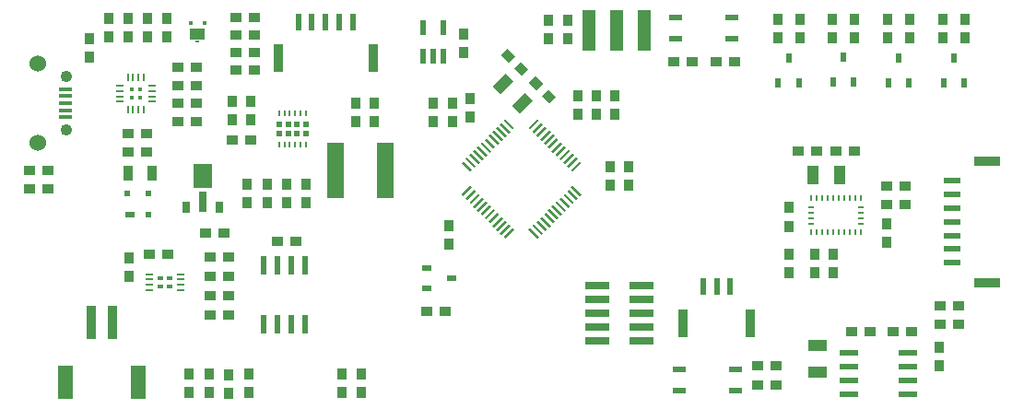
<source format=gbr>
G04 #@! TF.FileFunction,Paste,Top*
%FSLAX46Y46*%
G04 Gerber Fmt 4.6, Leading zero omitted, Abs format (unit mm)*
G04 Created by KiCad (PCBNEW 4.0.7-e2-6376~58~ubuntu16.04.1) date Tue Jun 19 08:51:36 2018*
%MOMM*%
%LPD*%
G01*
G04 APERTURE LIST*
%ADD10C,0.100000*%
%ADD11R,0.900000X0.990000*%
%ADD12R,0.990000X0.900000*%
%ADD13R,0.360000X0.450000*%
%ADD14R,1.440000X0.990000*%
%ADD15R,0.360000X0.225000*%
%ADD16R,0.900000X0.630000*%
%ADD17R,0.540000X0.630000*%
%ADD18R,0.900000X1.350000*%
%ADD19R,0.540000X1.530000*%
%ADD20R,0.900000X2.520000*%
%ADD21R,2.250000X0.675000*%
%ADD22R,0.900000X3.150000*%
%ADD23R,1.350000X3.060000*%
%ADD24R,1.143000X3.780000*%
%ADD25R,1.620000X5.130000*%
%ADD26R,0.585000X0.945000*%
%ADD27R,1.305000X0.630000*%
%ADD28R,0.585000X1.404000*%
%ADD29R,0.540000X1.800000*%
%ADD30R,0.435000X0.435000*%
%ADD31R,0.715000X0.202000*%
%ADD32R,0.202000X0.715000*%
%ADD33R,0.220000X0.715000*%
%ADD34R,1.800000X0.540000*%
%ADD35R,0.225000X0.630000*%
%ADD36R,0.495000X0.510000*%
%ADD37R,0.675000X0.270000*%
%ADD38R,0.525000X0.435000*%
%ADD39R,0.225000X0.607500*%
%ADD40R,0.517500X0.225000*%
%ADD41R,1.710000X0.990000*%
%ADD42R,0.990000X1.710000*%
%ADD43R,0.720000X1.080000*%
%ADD44R,0.720000X1.980000*%
%ADD45R,1.800000X2.250000*%
%ADD46R,1.215000X0.360000*%
%ADD47C,1.080000*%
%ADD48C,1.530000*%
%ADD49R,0.945000X0.585000*%
%ADD50R,1.530000X0.540000*%
%ADD51R,2.430000X0.900000*%
G04 APERTURE END LIST*
D10*
G36*
X-2554263Y11291743D02*
X-3190659Y10655347D01*
X-3890695Y11355383D01*
X-3254299Y11991779D01*
X-2554263Y11291743D01*
X-2554263Y11291743D01*
G37*
G36*
X-3756345Y12493825D02*
X-4392741Y11857429D01*
X-5092777Y12557465D01*
X-4456381Y13193861D01*
X-3756345Y12493825D01*
X-3756345Y12493825D01*
G37*
G36*
X-2561336Y10026024D02*
X-1924940Y10662420D01*
X-1224904Y9962384D01*
X-1861300Y9325988D01*
X-2561336Y10026024D01*
X-2561336Y10026024D01*
G37*
G36*
X-1359254Y8823942D02*
X-722858Y9460338D01*
X-22822Y8760302D01*
X-659218Y8123906D01*
X-1359254Y8823942D01*
X-1359254Y8823942D01*
G37*
D11*
X-9880600Y-3087000D03*
X-9880600Y-4787000D03*
X5334000Y7176400D03*
X5334000Y8876400D03*
X-9552408Y6469176D03*
X-9552408Y8169176D03*
X1981200Y7176400D03*
X1981200Y8876400D03*
X3657600Y7176400D03*
X3657600Y8876400D03*
D12*
X-39326514Y5391344D03*
X-37626514Y5391344D03*
D11*
X-8536042Y14520594D03*
X-8536042Y12820594D03*
D12*
X-33035553Y11480941D03*
X-34735553Y11480941D03*
X-46668024Y1964425D03*
X-48368024Y1964425D03*
X-25602300Y-4546600D03*
X-23902300Y-4546600D03*
D11*
X-42862500Y12421500D03*
X-42862500Y14121500D03*
D12*
X-34749153Y8128141D03*
X-33049153Y8128141D03*
X-34735553Y6451741D03*
X-33035553Y6451741D03*
D11*
X-24739600Y729223D03*
X-24739600Y-970777D03*
X-26583981Y729223D03*
X-26583981Y-970777D03*
D12*
X-31793310Y-9562314D03*
X-30093310Y-9562314D03*
X-30093310Y-6006314D03*
X-31793310Y-6006314D03*
D11*
X-28397200Y736600D03*
X-28397200Y-963400D03*
X-29802214Y6592844D03*
X-29802214Y8292844D03*
X-16728781Y6496823D03*
X-16728781Y8196823D03*
X-18455981Y6496823D03*
X-18455981Y8196823D03*
X35509200Y14139200D03*
X35509200Y15839200D03*
X-31902400Y-16730000D03*
X-31902400Y-18430000D03*
X-28236730Y-16749830D03*
X-28236730Y-18449830D03*
X30429200Y14139200D03*
X30429200Y15839200D03*
X20320000Y14139200D03*
X20320000Y15839200D03*
X25349200Y14139200D03*
X25349200Y15839200D03*
D13*
X-32319200Y15528000D03*
X-33619200Y15528000D03*
D14*
X-32969200Y14478000D03*
D15*
X-32969200Y13803000D03*
D16*
X-39190400Y-2101600D03*
D17*
X-37490400Y-2101600D03*
X-37490400Y-101600D03*
X-39390400Y-101600D03*
D12*
X-29450400Y16056000D03*
X-27750400Y16056000D03*
X-29450400Y12804800D03*
X-27750400Y12804800D03*
D11*
X1066800Y14102000D03*
X1066800Y15802000D03*
D18*
X-37152400Y1727200D03*
X-39352400Y1727200D03*
D19*
X15982000Y-8718000D03*
X14732000Y-8718000D03*
X13482000Y-8718000D03*
D20*
X17832000Y-12068000D03*
X11632000Y-12068000D03*
D19*
X-18702400Y15643600D03*
X-19952400Y15643600D03*
X-21202400Y15643600D03*
X-22452400Y15643600D03*
X-23702400Y15643600D03*
D20*
X-16852400Y12293600D03*
X-25552400Y12293600D03*
D21*
X7791200Y-13665200D03*
X3791200Y-13665200D03*
X7791200Y-12395200D03*
X3791200Y-12395200D03*
X7791200Y-11125200D03*
X3791200Y-11125200D03*
X7791200Y-9855200D03*
X3791200Y-9855200D03*
X7791200Y-8585200D03*
X3791200Y-8585200D03*
D22*
X-42754800Y-11976000D03*
X-40754800Y-11976000D03*
D23*
X-45104800Y-17526000D03*
X-38404800Y-17526000D03*
D24*
X5537200Y14884400D03*
X8037200Y14884400D03*
X3037200Y14884400D03*
D11*
X-11295208Y6453976D03*
X-11295208Y8153976D03*
D12*
X-39326514Y3664144D03*
X-37626514Y3664144D03*
D25*
X-20284781Y2012823D03*
X-15712781Y2012823D03*
D26*
X35575200Y10047600D03*
X37475200Y10047600D03*
X36525200Y12347600D03*
X30495200Y10029200D03*
X32395200Y10029200D03*
X31445200Y12329200D03*
X20386000Y10047600D03*
X22286000Y10047600D03*
X21336000Y12347600D03*
X25415200Y10080000D03*
X27315200Y10080000D03*
X26365200Y12380000D03*
D11*
X-19659600Y-16730000D03*
X-19659600Y-18430000D03*
X-17932400Y-16730000D03*
X-17932400Y-18430000D03*
X37541200Y15839200D03*
X37541200Y14139200D03*
X-33731200Y-16730000D03*
X-33731200Y-18430000D03*
X-30073600Y-16780800D03*
X-30073600Y-18480800D03*
D12*
X20204800Y-17754600D03*
X18504800Y-17754600D03*
X20204800Y-15976600D03*
X18504800Y-15976600D03*
X10783200Y11988800D03*
X12483200Y11988800D03*
X16344000Y11988800D03*
X14644000Y11988800D03*
D11*
X32461200Y15839200D03*
X32461200Y14139200D03*
X22352000Y15839200D03*
X22352000Y14139200D03*
X27381200Y15839200D03*
X27381200Y14139200D03*
D12*
X-33035553Y9804541D03*
X-34735553Y9804541D03*
D11*
X-35815953Y15988541D03*
X-35815953Y14288541D03*
X6611642Y616974D03*
X6611642Y2316974D03*
X-37593953Y15988541D03*
X-37593953Y14288541D03*
X-39321153Y15988541D03*
X-39321153Y14288541D03*
X4986042Y616974D03*
X4986042Y2316974D03*
D12*
X-46668024Y313425D03*
X-48368024Y313425D03*
X-29450400Y14430400D03*
X-27750400Y14430400D03*
X-29450400Y11179200D03*
X-27750400Y11179200D03*
D11*
X-41099153Y14288541D03*
X-41099153Y15988541D03*
D12*
X35259711Y-10504605D03*
X36959711Y-10504605D03*
X35259711Y-12130205D03*
X36959711Y-12130205D03*
D11*
X-23012400Y-970777D03*
X-23012400Y729223D03*
X-711200Y14110600D03*
X-711200Y15810600D03*
D12*
X-30093310Y-11289514D03*
X-31793310Y-11289514D03*
X-30093310Y-7784314D03*
X-31793310Y-7784314D03*
X-37400600Y-5715000D03*
X-35700600Y-5715000D03*
D11*
X-39243000Y-7758800D03*
X-39243000Y-6058800D03*
X-28057181Y6598423D03*
X-28057181Y8298423D03*
D12*
X-29755200Y4775200D03*
X-28055200Y4775200D03*
D27*
X11316469Y-18271829D03*
X16476469Y-18271829D03*
X16476469Y-16271829D03*
X11316469Y-16271829D03*
X16143600Y16073000D03*
X10983600Y16073000D03*
X10983600Y14073000D03*
X16143600Y14073000D03*
D10*
G36*
X-4824978Y6573766D02*
X-4665879Y6732865D01*
X-3838564Y5905550D01*
X-3997663Y5746451D01*
X-4824978Y6573766D01*
X-4824978Y6573766D01*
G37*
G36*
X-5178531Y6220213D02*
X-5019432Y6379312D01*
X-4192117Y5551997D01*
X-4351216Y5392898D01*
X-5178531Y6220213D01*
X-5178531Y6220213D01*
G37*
G36*
X-5532085Y5866659D02*
X-5372986Y6025758D01*
X-4545671Y5198443D01*
X-4704770Y5039344D01*
X-5532085Y5866659D01*
X-5532085Y5866659D01*
G37*
G36*
X-5885638Y5513106D02*
X-5726539Y5672205D01*
X-4899224Y4844890D01*
X-5058323Y4685791D01*
X-5885638Y5513106D01*
X-5885638Y5513106D01*
G37*
G36*
X-6239191Y5159553D02*
X-6080092Y5318652D01*
X-5252777Y4491337D01*
X-5411876Y4332238D01*
X-6239191Y5159553D01*
X-6239191Y5159553D01*
G37*
G36*
X-6592745Y4805999D02*
X-6433646Y4965098D01*
X-5606331Y4137783D01*
X-5765430Y3978684D01*
X-6592745Y4805999D01*
X-6592745Y4805999D01*
G37*
G36*
X-6946298Y4452446D02*
X-6787199Y4611545D01*
X-5959884Y3784230D01*
X-6118983Y3625131D01*
X-6946298Y4452446D01*
X-6946298Y4452446D01*
G37*
G36*
X-7299852Y4098892D02*
X-7140753Y4257991D01*
X-6313438Y3430676D01*
X-6472537Y3271577D01*
X-7299852Y4098892D01*
X-7299852Y4098892D01*
G37*
G36*
X-7653405Y3745339D02*
X-7494306Y3904438D01*
X-6666991Y3077123D01*
X-6826090Y2918024D01*
X-7653405Y3745339D01*
X-7653405Y3745339D01*
G37*
G36*
X-8006958Y3391786D02*
X-7847859Y3550885D01*
X-7020544Y2723570D01*
X-7179643Y2564471D01*
X-8006958Y3391786D01*
X-8006958Y3391786D01*
G37*
G36*
X-8360512Y3038232D02*
X-8201413Y3197331D01*
X-7374098Y2370016D01*
X-7533197Y2210917D01*
X-8360512Y3038232D01*
X-8360512Y3038232D01*
G37*
G36*
X-8714065Y2684679D02*
X-8554966Y2843778D01*
X-7727651Y2016463D01*
X-7886750Y1857364D01*
X-8714065Y2684679D01*
X-8714065Y2684679D01*
G37*
G36*
X-8554966Y-405378D02*
X-8714065Y-246279D01*
X-7886750Y581036D01*
X-7727651Y421937D01*
X-8554966Y-405378D01*
X-8554966Y-405378D01*
G37*
G36*
X-8201413Y-758931D02*
X-8360512Y-599832D01*
X-7533197Y227483D01*
X-7374098Y68384D01*
X-8201413Y-758931D01*
X-8201413Y-758931D01*
G37*
G36*
X-7847859Y-1112485D02*
X-8006958Y-953386D01*
X-7179643Y-126071D01*
X-7020544Y-285170D01*
X-7847859Y-1112485D01*
X-7847859Y-1112485D01*
G37*
G36*
X-7494306Y-1466038D02*
X-7653405Y-1306939D01*
X-6826090Y-479624D01*
X-6666991Y-638723D01*
X-7494306Y-1466038D01*
X-7494306Y-1466038D01*
G37*
G36*
X-7140753Y-1819591D02*
X-7299852Y-1660492D01*
X-6472537Y-833177D01*
X-6313438Y-992276D01*
X-7140753Y-1819591D01*
X-7140753Y-1819591D01*
G37*
G36*
X-6787199Y-2173145D02*
X-6946298Y-2014046D01*
X-6118983Y-1186731D01*
X-5959884Y-1345830D01*
X-6787199Y-2173145D01*
X-6787199Y-2173145D01*
G37*
G36*
X-6433646Y-2526698D02*
X-6592745Y-2367599D01*
X-5765430Y-1540284D01*
X-5606331Y-1699383D01*
X-6433646Y-2526698D01*
X-6433646Y-2526698D01*
G37*
G36*
X-6080092Y-2880252D02*
X-6239191Y-2721153D01*
X-5411876Y-1893838D01*
X-5252777Y-2052937D01*
X-6080092Y-2880252D01*
X-6080092Y-2880252D01*
G37*
G36*
X-5726539Y-3233805D02*
X-5885638Y-3074706D01*
X-5058323Y-2247391D01*
X-4899224Y-2406490D01*
X-5726539Y-3233805D01*
X-5726539Y-3233805D01*
G37*
G36*
X-5372986Y-3587358D02*
X-5532085Y-3428259D01*
X-4704770Y-2600944D01*
X-4545671Y-2760043D01*
X-5372986Y-3587358D01*
X-5372986Y-3587358D01*
G37*
G36*
X-5019432Y-3940912D02*
X-5178531Y-3781813D01*
X-4351216Y-2954498D01*
X-4192117Y-3113597D01*
X-5019432Y-3940912D01*
X-5019432Y-3940912D01*
G37*
G36*
X-4665879Y-4294465D02*
X-4824978Y-4135366D01*
X-3997663Y-3308051D01*
X-3838564Y-3467150D01*
X-4665879Y-4294465D01*
X-4665879Y-4294465D01*
G37*
G36*
X-2562236Y-3467150D02*
X-2403137Y-3308051D01*
X-1575822Y-4135366D01*
X-1734921Y-4294465D01*
X-2562236Y-3467150D01*
X-2562236Y-3467150D01*
G37*
G36*
X-2208683Y-3113597D02*
X-2049584Y-2954498D01*
X-1222269Y-3781813D01*
X-1381368Y-3940912D01*
X-2208683Y-3113597D01*
X-2208683Y-3113597D01*
G37*
G36*
X-1855129Y-2760043D02*
X-1696030Y-2600944D01*
X-868715Y-3428259D01*
X-1027814Y-3587358D01*
X-1855129Y-2760043D01*
X-1855129Y-2760043D01*
G37*
G36*
X-1501576Y-2406490D02*
X-1342477Y-2247391D01*
X-515162Y-3074706D01*
X-674261Y-3233805D01*
X-1501576Y-2406490D01*
X-1501576Y-2406490D01*
G37*
G36*
X-1148023Y-2052937D02*
X-988924Y-1893838D01*
X-161609Y-2721153D01*
X-320708Y-2880252D01*
X-1148023Y-2052937D01*
X-1148023Y-2052937D01*
G37*
G36*
X-794469Y-1699383D02*
X-635370Y-1540284D01*
X191945Y-2367599D01*
X32846Y-2526698D01*
X-794469Y-1699383D01*
X-794469Y-1699383D01*
G37*
G36*
X-440916Y-1345830D02*
X-281817Y-1186731D01*
X545498Y-2014046D01*
X386399Y-2173145D01*
X-440916Y-1345830D01*
X-440916Y-1345830D01*
G37*
G36*
X-87362Y-992276D02*
X71737Y-833177D01*
X899052Y-1660492D01*
X739953Y-1819591D01*
X-87362Y-992276D01*
X-87362Y-992276D01*
G37*
G36*
X266191Y-638723D02*
X425290Y-479624D01*
X1252605Y-1306939D01*
X1093506Y-1466038D01*
X266191Y-638723D01*
X266191Y-638723D01*
G37*
G36*
X619744Y-285170D02*
X778843Y-126071D01*
X1606158Y-953386D01*
X1447059Y-1112485D01*
X619744Y-285170D01*
X619744Y-285170D01*
G37*
G36*
X973298Y68384D02*
X1132397Y227483D01*
X1959712Y-599832D01*
X1800613Y-758931D01*
X973298Y68384D01*
X973298Y68384D01*
G37*
G36*
X1326851Y421937D02*
X1485950Y581036D01*
X2313265Y-246279D01*
X2154166Y-405378D01*
X1326851Y421937D01*
X1326851Y421937D01*
G37*
G36*
X1485950Y1857364D02*
X1326851Y2016463D01*
X2154166Y2843778D01*
X2313265Y2684679D01*
X1485950Y1857364D01*
X1485950Y1857364D01*
G37*
G36*
X1132397Y2210917D02*
X973298Y2370016D01*
X1800613Y3197331D01*
X1959712Y3038232D01*
X1132397Y2210917D01*
X1132397Y2210917D01*
G37*
G36*
X778843Y2564471D02*
X619744Y2723570D01*
X1447059Y3550885D01*
X1606158Y3391786D01*
X778843Y2564471D01*
X778843Y2564471D01*
G37*
G36*
X425290Y2918024D02*
X266191Y3077123D01*
X1093506Y3904438D01*
X1252605Y3745339D01*
X425290Y2918024D01*
X425290Y2918024D01*
G37*
G36*
X71737Y3271577D02*
X-87362Y3430676D01*
X739953Y4257991D01*
X899052Y4098892D01*
X71737Y3271577D01*
X71737Y3271577D01*
G37*
G36*
X-281817Y3625131D02*
X-440916Y3784230D01*
X386399Y4611545D01*
X545498Y4452446D01*
X-281817Y3625131D01*
X-281817Y3625131D01*
G37*
G36*
X-635370Y3978684D02*
X-794469Y4137783D01*
X32846Y4965098D01*
X191945Y4805999D01*
X-635370Y3978684D01*
X-635370Y3978684D01*
G37*
G36*
X-988924Y4332238D02*
X-1148023Y4491337D01*
X-320708Y5318652D01*
X-161609Y5159553D01*
X-988924Y4332238D01*
X-988924Y4332238D01*
G37*
G36*
X-1342477Y4685791D02*
X-1501576Y4844890D01*
X-674261Y5672205D01*
X-515162Y5513106D01*
X-1342477Y4685791D01*
X-1342477Y4685791D01*
G37*
G36*
X-1696030Y5039344D02*
X-1855129Y5198443D01*
X-1027814Y6025758D01*
X-868715Y5866659D01*
X-1696030Y5039344D01*
X-1696030Y5039344D01*
G37*
G36*
X-2049584Y5392898D02*
X-2208683Y5551997D01*
X-1381368Y6379312D01*
X-1222269Y6220213D01*
X-2049584Y5392898D01*
X-2049584Y5392898D01*
G37*
G36*
X-2403137Y5746451D02*
X-2562236Y5905550D01*
X-1734921Y6732865D01*
X-1575822Y6573766D01*
X-2403137Y5746451D01*
X-2403137Y5746451D01*
G37*
D28*
X-12278642Y12436208D03*
X-11328642Y12436208D03*
X-10378642Y12436208D03*
X-10378642Y15136208D03*
X-12278642Y15136208D03*
D29*
X-26873200Y-6723400D03*
X-25603200Y-6723400D03*
X-24333200Y-6723400D03*
X-23063200Y-6723400D03*
X-23063200Y-12123400D03*
X-24333200Y-12123400D03*
X-25603200Y-12123400D03*
X-26873200Y-12123400D03*
D30*
X-38247283Y8665733D03*
X-38247283Y9415733D03*
X-38997283Y9415733D03*
X-38997283Y8665733D03*
D31*
X-40097283Y9790733D03*
X-40097283Y9290733D03*
X-40097283Y8790733D03*
X-40097283Y8290733D03*
D32*
X-39372283Y7565733D03*
X-38872283Y7565733D03*
D33*
X-38372283Y7565733D03*
D32*
X-37872283Y7565733D03*
D31*
X-37147283Y8290733D03*
X-37147283Y8790733D03*
X-37147283Y9290733D03*
X-37147283Y9790733D03*
D32*
X-37872283Y10515733D03*
X-38372283Y10515733D03*
X-38872283Y10515733D03*
D33*
X-39372283Y10515733D03*
D34*
X32265600Y-14757400D03*
X32265600Y-16027400D03*
X32265600Y-17297400D03*
X32265600Y-18567400D03*
X26865600Y-18567400D03*
X26865600Y-17297400D03*
X26865600Y-16027400D03*
X26865600Y-14757400D03*
D35*
X-25477181Y4345223D03*
X-24977181Y4345223D03*
X-24477181Y4345223D03*
X-23977181Y4345223D03*
X-23477181Y4345223D03*
X-22977181Y4345223D03*
X-22977181Y7245223D03*
X-23477181Y7245223D03*
X-23977181Y7245223D03*
X-24477181Y7245223D03*
X-24977181Y7245223D03*
X-25477181Y7245223D03*
D36*
X-22989681Y6220223D03*
X-23814681Y6220223D03*
X-24639681Y6220223D03*
X-25464681Y6220223D03*
X-22989681Y5370223D03*
X-23814681Y5370223D03*
X-24639681Y5370223D03*
X-25464681Y5370223D03*
D37*
X-34502810Y-9049214D03*
X-34502810Y-8549214D03*
X-34502810Y-8049214D03*
X-34502810Y-7549214D03*
X-37402810Y-7549214D03*
X-37402810Y-8049214D03*
X-37402810Y-8549214D03*
X-37402810Y-9049214D03*
D38*
X-36390310Y-7936714D03*
X-36390310Y-8661714D03*
X-35515310Y-7936714D03*
X-35515310Y-8661714D03*
D39*
X23436372Y-600501D03*
X23936372Y-600501D03*
X24436372Y-600501D03*
X24936372Y-600501D03*
X25436372Y-600501D03*
X25936372Y-600501D03*
X26436372Y-600501D03*
X26936372Y-600501D03*
X27436372Y-600501D03*
X27936372Y-600501D03*
X23436372Y-3725501D03*
X23936372Y-3725501D03*
X24436372Y-3725501D03*
X24936372Y-3725501D03*
X25436372Y-3725501D03*
X25936372Y-3725501D03*
X26436372Y-3725501D03*
X26936372Y-3725501D03*
X27436372Y-3725501D03*
X27936372Y-3725501D03*
D40*
X23373872Y-1413001D03*
X23373872Y-1913001D03*
X23373872Y-2413001D03*
X23373872Y-2913001D03*
X27998872Y-1413001D03*
X27998872Y-1913001D03*
X27998872Y-2413001D03*
X27998872Y-2913001D03*
D10*
G36*
X-5851677Y9671725D02*
X-4642525Y10880877D01*
X-3942489Y10180841D01*
X-5151641Y8971689D01*
X-5851677Y9671725D01*
X-5851677Y9671725D01*
G37*
G36*
X-4083911Y7903959D02*
X-2874759Y9113111D01*
X-2174723Y8413075D01*
X-3383875Y7203923D01*
X-4083911Y7903959D01*
X-4083911Y7903959D01*
G37*
D41*
X23977600Y-16591600D03*
X23977600Y-14091600D03*
D42*
X23565800Y1574800D03*
X26065800Y1574800D03*
D11*
X-7924800Y6875576D03*
X-7924800Y8575576D03*
D12*
X28840800Y-12801600D03*
X27140800Y-12801600D03*
D11*
X35204400Y-14237600D03*
X35204400Y-15937600D03*
D12*
X22213200Y3733800D03*
X23913200Y3733800D03*
D11*
X21336000Y-1449600D03*
X21336000Y-3149600D03*
D12*
X27393000Y3733800D03*
X25693000Y3733800D03*
D11*
X25450800Y-7389600D03*
X25450800Y-5689600D03*
D12*
X30341200Y508000D03*
X32041200Y508000D03*
X30354370Y-1149402D03*
X32054370Y-1149402D03*
X32600000Y-12801600D03*
X30900000Y-12801600D03*
D11*
X23723600Y-5689600D03*
X23723600Y-7389600D03*
X21386800Y-5689600D03*
X21386800Y-7389600D03*
D12*
X-30493600Y-3746500D03*
X-32193600Y-3746500D03*
D11*
X30340300Y-2960000D03*
X30340300Y-4660000D03*
D43*
X-33961200Y-1369000D03*
D44*
X-32461200Y-869000D03*
D43*
X-30961200Y-1369000D03*
D45*
X-32461200Y1481000D03*
D46*
X-45074800Y9465600D03*
X-45074800Y8815600D03*
X-45074800Y8165600D03*
X-45074800Y7515600D03*
X-45074800Y6865600D03*
D47*
X-44999800Y10590600D03*
X-44999800Y5740600D03*
D48*
X-47649800Y11790600D03*
X-47649800Y4540600D03*
D49*
X-11881500Y-6987500D03*
X-11881500Y-8887500D03*
X-9581500Y-7937500D03*
D12*
X-10199000Y-10985500D03*
X-11899000Y-10985500D03*
D50*
X36351600Y-6493200D03*
X36351600Y-5243200D03*
X36351600Y-3993200D03*
X36351600Y-2743200D03*
X36351600Y-1493200D03*
X36351600Y-243200D03*
X36351600Y1006800D03*
D51*
X39551600Y-8343200D03*
X39551600Y2856800D03*
M02*

</source>
